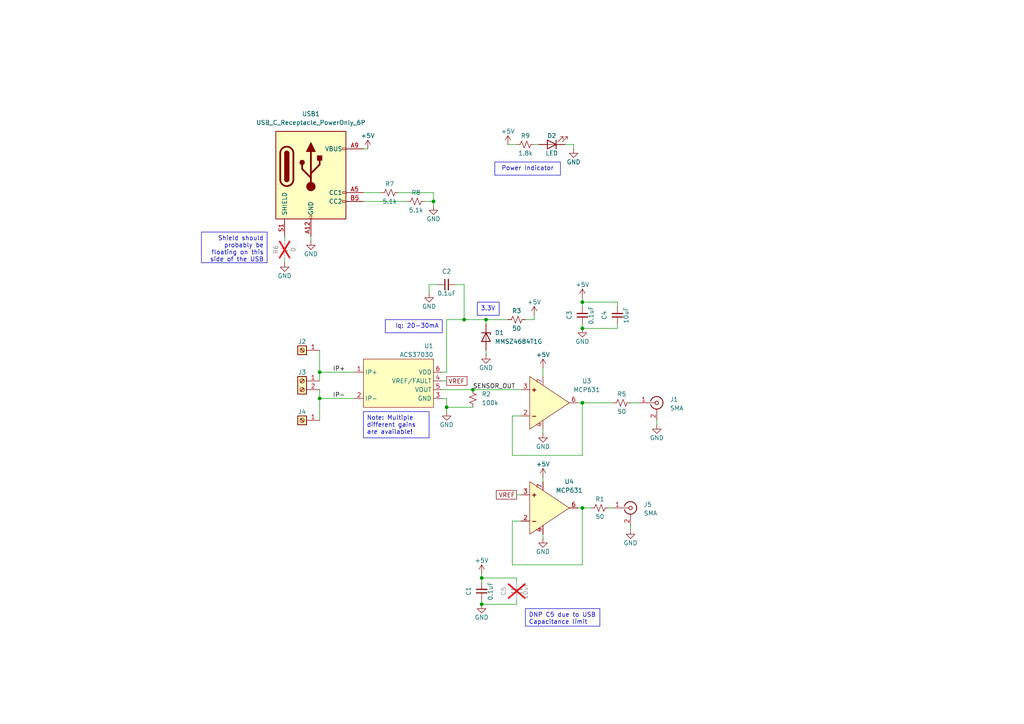
<source format=kicad_sch>
(kicad_sch (version 20231120) (generator "eeschema") (generator_version "8.0")
  (paper "A4")
  (title_block (title "Hall Effect Current Sensor") (date "2024-04-07") (rev "A1") (company "Design by Robert Perkel"))
  (lib_symbols
    (symbol "Connector:Conn_Coaxial" (pin_names (offset 1.016) hide)
      (property "Reference" "J" (at 0.254 3.048 0))
      (property "Value" "Conn_Coaxial" (at 2.921 0 90))
      (symbol "Conn_Coaxial_0_1"
        (arc (start -1.778 -0.508) (mid 0.2311 -1.8066) (end 1.778 0) (stroke (width 0.254)))
        (polyline (pts (xy -2.54 0) (xy -0.508 0)))
        (polyline (pts (xy 0 -2.54) (xy 0 -1.778)))
        (circle (center 0 0) (radius 0.508) (stroke (width 0.2032)))
        (arc (start 1.778 0) (mid 0.2099 1.8101) (end -1.778 0.508) (stroke (width 0.254)))
      )
      (symbol "Conn_Coaxial_1_1"
        (pin passive line (at -5.08 0 0) (length 2.54) (name "In") (number "1"))
        (pin passive line (at 0 -5.08 90) (length 2.54) (name "Ext") (number "2"))
      )
    )
    (symbol "Connector:Screw_Terminal_01x01" (pin_names (offset 1.016) hide)
      (property "Reference" "J" (at 0 2.54 0))
      (property "Value" "Screw_Terminal_01x01" (at 0 -2.54 0))
      (symbol "Screw_Terminal_01x01_1_1"
        (rectangle (start -1.27 1.27) (end 1.27 -1.27) (stroke (width 0.254)) (fill (type background)))
        (polyline (pts (xy -0.5334 0.3302) (xy 0.3302 -0.508)) (stroke (width 0.1524)))
        (polyline (pts (xy -0.3556 0.508) (xy 0.508 -0.3302)) (stroke (width 0.1524)))
        (circle (center 0 0) (radius 0.635) (stroke (width 0.1524)))
        (pin passive line (at -5.08 0 0) (length 3.81) (name "Pin_1") (number "1"))
      )
    )
    (symbol "Connector:Screw_Terminal_01x02" (pin_names (offset 1.016) hide)
      (property "Reference" "J" (at 0 2.54 0))
      (property "Value" "Screw_Terminal_01x02" (at 0 -5.08 0))
      (symbol "Screw_Terminal_01x02_1_1"
        (rectangle (start -1.27 1.27) (end 1.27 -3.81) (stroke (width 0.254)) (fill (type background)))
        (circle (center 0 -2.54) (radius 0.635) (stroke (width 0.1524)))
        (polyline (pts (xy -0.5334 -2.2098) (xy 0.3302 -3.048)) (stroke (width 0.1524)))
        (polyline (pts (xy -0.5334 0.3302) (xy 0.3302 -0.508)) (stroke (width 0.1524)))
        (polyline (pts (xy -0.3556 -2.032) (xy 0.508 -2.8702)) (stroke (width 0.1524)))
        (polyline (pts (xy -0.3556 0.508) (xy 0.508 -0.3302)) (stroke (width 0.1524)))
        (circle (center 0 0) (radius 0.635) (stroke (width 0.1524)))
        (pin passive line (at -5.08 0 0) (length 3.81) (name "Pin_1") (number "1"))
        (pin passive line (at -5.08 -2.54 0) (length 3.81) (name "Pin_2") (number "2"))
      )
    )
    (symbol "Connector:USB_C_Receptacle_PowerOnly_6P" (pin_names (offset 1.016))
      (property "Reference" "J" (at 0 16.51 0))
      (property "Value" "USB_C_Receptacle_PowerOnly_6P" (at 0 13.97 0))
      (symbol "USB_C_Receptacle_PowerOnly_6P_0_0"
        (rectangle (start -0.254 -12.7) (end 0.254 -11.684))
        (rectangle (start 10.16 -7.366) (end 9.144 -7.874))
        (rectangle (start 10.16 -4.826) (end 9.144 -5.334))
        (rectangle (start 10.16 7.874) (end 9.144 7.366))
      )
      (symbol "USB_C_Receptacle_PowerOnly_6P_0_1"
        (rectangle (start -10.16 12.7) (end 10.16 -12.7) (stroke (width 0.254)) (fill (type background)))
        (arc (start -8.89 -1.27) (mid -6.985 -3.1667) (end -5.08 -1.27) (stroke (width 0.508)))
        (arc (start -7.62 -1.27) (mid -6.985 -1.9023) (end -6.35 -1.27) (stroke (width 0.254)))
        (arc (start -7.62 -1.27) (mid -6.985 -1.9023) (end -6.35 -1.27) (stroke (width 0.254)) (fill (type outline)))
        (rectangle (start -7.62 -1.27) (end -6.35 6.35) (stroke (width 0.254)) (fill (type outline)))
        (arc (start -6.35 6.35) (mid -6.985 6.9823) (end -7.62 6.35) (stroke (width 0.254)))
        (arc (start -6.35 6.35) (mid -6.985 6.9823) (end -7.62 6.35) (stroke (width 0.254)) (fill (type outline)))
        (arc (start -5.08 6.35) (mid -6.985 8.2467) (end -8.89 6.35) (stroke (width 0.508)))
        (circle (center -2.54 3.683) (radius 0.635) (stroke (width 0.254)) (fill (type outline)))
        (circle (center 0 -3.302) (radius 1.27) (fill (type outline)))
        (polyline (pts (xy -8.89 -1.27) (xy -8.89 6.35)) (stroke (width 0.508)))
        (polyline (pts (xy -5.08 6.35) (xy -5.08 -1.27)) (stroke (width 0.508)))
        (polyline (pts (xy 0 -3.302) (xy 0 6.858)) (stroke (width 0.508)))
        (polyline (pts (xy 0 -0.762) (xy -2.54 1.778) (xy -2.54 3.048)) (stroke (width 0.508)))
        (polyline (pts (xy 0 0.508) (xy 2.54 3.048) (xy 2.54 4.318)) (stroke (width 0.508)))
        (polyline (pts (xy -1.27 6.858) (xy 0 9.398) (xy 1.27 6.858) (xy -1.27 6.858)) (stroke (width 0.254)) (fill (type outline)))
        (rectangle (start 1.905 4.318) (end 3.175 5.588) (stroke (width 0.254)) (fill (type outline)))
      )
      (symbol "USB_C_Receptacle_PowerOnly_6P_1_1"
        (pin passive line (at 0 -17.78 90) (length 5.08) (name "GND") (number "A12"))
        (pin bidirectional line (at 15.24 -5.08 180) (length 5.08) (name "CC1") (number "A5"))
        (pin passive line (at 15.24 7.62 180) (length 5.08) (name "VBUS") (number "A9"))
        (pin passive line (at 0 -17.78 90) (length 5.08) hide (name "GND") (number "B12"))
        (pin bidirectional line (at 15.24 -7.62 180) (length 5.08) (name "CC2") (number "B5"))
        (pin passive line (at 15.24 7.62 180) (length 5.08) hide (name "VBUS") (number "B9"))
        (pin passive line (at -7.62 -17.78 90) (length 5.08) (name "SHIELD") (number "S1"))
      )
    )
    (symbol "Current Sensor Sch Library:ACS37030"
      (property "Reference" "U" (at 0 11.43 0))
      (property "Value" "ACS37030/ACS37032" (at 0 8.89 0))
      (symbol "ACS37030_1_1"
        (rectangle (start -10.16 7.62) (end 10.16 -6.35) (fill (type background)))
        (pin passive line (at -12.7 3.81 0) (length 2.54) (name "IP+") (number "1"))
        (pin passive line (at -12.7 -3.81 0) (length 2.54) (name "IP-") (number "2"))
        (pin power_in line (at 12.7 -3.81 180) (length 2.54) (name "GND") (number "3"))
        (pin passive line (at 12.7 1.27 180) (length 2.54) (name "VREF/FAULT") (number "4"))
        (pin passive line (at 12.7 -1.27 180) (length 2.54) (name "VOUT") (number "5"))
        (pin power_in line (at 12.7 3.81 180) (length 2.54) (name "VDD") (number "6"))
      )
    )
    (symbol "Current Sensor Sch Library:MCP631" (pin_names hide)
      (property "Reference" "U" (at 5.08 7.62 0))
      (property "Value" "MCP631" (at 5.08 5.08 0))
      (symbol "MCP631_1_1"
        (polyline (pts (xy -3.81 7.62) (xy -3.81 -7.62) (xy 7.62 0) (xy -3.81 7.62)) (fill (type background)))
        (text "+" (at -2.54 3.81 0) (effects (font (size 1.27 1.27) (bold yes))))
        (text "-" (at -2.54 -3.81 0) (effects (font (size 1.27 1.27) (bold yes))))
        (pin passive line (at -6.35 -3.81 0) (length 2.54) (name "IN-") (number "2"))
        (pin passive line (at -6.35 3.81 0) (length 2.54) (name "IN+") (number "3"))
        (pin power_in line (at 0 -7.62 90) (length 2.54) (name "VSS") (number "4"))
        (pin passive line (at 10.16 0 180) (length 2.54) (name "VOUT") (number "6"))
        (pin power_in line (at 0 7.62 270) (length 2.54) (name "VDD") (number "7"))
      )
    )
    (symbol "Device:C_Small" (pin_numbers hide) (pin_names (offset 0.254) hide)
      (property "Reference" "C" (at 0.254 1.778 0))
      (property "Value" "C_Small" (at 0.254 -2.032 0))
      (symbol "C_Small_0_1"
        (polyline (pts (xy -1.524 -0.508) (xy 1.524 -0.508)) (stroke (width 0.3302)))
        (polyline (pts (xy -1.524 0.508) (xy 1.524 0.508)) (stroke (width 0.3048)))
      )
      (symbol "C_Small_1_1"
        (pin passive line (at 0 2.54 270) (length 2.032) (name "~") (number "1"))
        (pin passive line (at 0 -2.54 90) (length 2.032) (name "~") (number "2"))
      )
    )
    (symbol "Device:D_Zener" (pin_numbers hide) (pin_names (offset 1.016) hide)
      (property "Reference" "D" (at 0 2.54 0))
      (property "Value" "D_Zener" (at 0 -2.54 0))
      (symbol "D_Zener_0_1"
        (polyline (pts (xy 1.27 0) (xy -1.27 0)))
        (polyline (pts (xy -1.27 -1.27) (xy -1.27 1.27) (xy -0.762 1.27)) (stroke (width 0.254)))
        (polyline (pts (xy 1.27 -1.27) (xy 1.27 1.27) (xy -1.27 0) (xy 1.27 -1.27)) (stroke (width 0.254)))
      )
      (symbol "D_Zener_1_1"
        (pin passive line (at -3.81 0 0) (length 2.54) (name "K") (number "1"))
        (pin passive line (at 3.81 0 180) (length 2.54) (name "A") (number "2"))
      )
    )
    (symbol "Device:LED" (pin_numbers hide) (pin_names (offset 1.016) hide)
      (property "Reference" "D" (at 0 2.54 0))
      (property "Value" "LED" (at 0 -2.54 0))
      (symbol "LED_0_1"
        (polyline (pts (xy -1.27 -1.27) (xy -1.27 1.27)) (stroke (width 0.254)))
        (polyline (pts (xy -1.27 0) (xy 1.27 0)))
        (polyline (pts (xy 1.27 -1.27) (xy 1.27 1.27) (xy -1.27 0) (xy 1.27 -1.27)) (stroke (width 0.254)))
        (polyline (pts (xy -3.048 -0.762) (xy -4.572 -2.286) (xy -3.81 -2.286) (xy -4.572 -2.286) (xy -4.572 -1.524)))
        (polyline (pts (xy -1.778 -0.762) (xy -3.302 -2.286) (xy -2.54 -2.286) (xy -3.302 -2.286) (xy -3.302 -1.524)))
      )
      (symbol "LED_1_1"
        (pin passive line (at -3.81 0 0) (length 2.54) (name "K") (number "1"))
        (pin passive line (at 3.81 0 180) (length 2.54) (name "A") (number "2"))
      )
    )
    (symbol "Device:R_Small_US" (pin_numbers hide) (pin_names (offset 0.254) hide)
      (property "Reference" "R" (at 0.762 0.508 0))
      (property "Value" "R_Small_US" (at 0.762 -1.016 0))
      (symbol "R_Small_US_1_1"
        (polyline (pts (xy 0 0) (xy 1.016 -0.381) (xy 0 -0.762) (xy -1.016 -1.143) (xy 0 -1.524)))
        (polyline (pts (xy 0 1.524) (xy 1.016 1.143) (xy 0 0.762) (xy -1.016 0.381) (xy 0 0)))
        (pin passive line (at 0 2.54 270) (length 1.016) (name "~") (number "1"))
        (pin passive line (at 0 -2.54 90) (length 1.016) (name "~") (number "2"))
      )
    )
    (symbol "power:+5V" (power) (pin_numbers hide) (pin_names (offset 0) hide)
      (property "Value" "+5V" (at 0 3.556 0))
      (symbol "+5V_0_1"
        (polyline (pts (xy -0.762 1.27) (xy 0 2.54)))
        (polyline (pts (xy 0 0) (xy 0 2.54)))
        (polyline (pts (xy 0 2.54) (xy 0.762 1.27)))
      )
      (symbol "+5V_1_1"
        (pin power_in line (at 0 0 90) (length 0) (name "~") (number "1"))
      )
    )
    (symbol "power:GND" (power) (pin_numbers hide) (pin_names (offset 0) hide)
      (property "Value" "GND" (at 0 -3.81 0))
      (symbol "GND_0_1"
        (polyline (pts (xy 0 0) (xy 0 -1.27) (xy 1.27 -1.27) (xy 0 -2.54) (xy -1.27 -1.27) (xy 0 -1.27)))
      )
      (symbol "GND_1_1"
        (pin power_in line (at 0 0 270) (length 0) (name "~") (number "1"))
      )
    )
  )
  (junction (at 140.97 92.71))
  (junction (at 168.91 116.84))
  (junction (at 168.91 87.63))
  (junction (at 125.73 58.42))
  (junction (at 92.71 107.95))
  (junction (at 139.7 175.26))
  (junction (at 168.91 95.25))
  (junction (at 139.7 167.64))
  (junction (at 92.71 115.57))
  (junction (at 137.16 113.03))
  (junction (at 134.62 92.71))
  (junction (at 129.54 118.11))
  (junction (at 168.91 147.32))
  (wire (pts (xy 139.7 166.37) (xy 139.7 167.64)))
  (wire (pts (xy 154.94 91.44) (xy 154.94 92.71)))
  (wire (pts (xy 92.71 113.03) (xy 92.71 115.57)))
  (wire (pts (xy 137.16 113.03) (xy 151.13 113.03)))
  (wire (pts (xy 163.83 41.91) (xy 166.37 41.91)))
  (wire (pts (xy 168.91 163.83) (xy 168.91 147.32)))
  (wire (pts (xy 168.91 87.63) (xy 168.91 88.9)))
  (wire (pts (xy 129.54 118.11) (xy 129.54 115.57)))
  (wire (pts (xy 176.53 147.32) (xy 177.8 147.32)))
  (wire (pts (xy 168.91 116.84) (xy 177.8 116.84)))
  (wire (pts (xy 166.37 41.91) (xy 166.37 43.18)))
  (wire (pts (xy 105.41 58.42) (xy 118.11 58.42)))
  (wire (pts (xy 168.91 116.84) (xy 168.91 132.08)))
  (wire (pts (xy 149.86 167.64) (xy 139.7 167.64)))
  (wire (pts (xy 148.59 132.08) (xy 168.91 132.08)))
  (wire (pts (xy 154.94 92.71) (xy 152.4 92.71)))
  (wire (pts (xy 190.5 123.19) (xy 190.5 121.92)))
  (wire (pts (xy 139.7 167.64) (xy 139.7 168.91)))
  (wire (pts (xy 147.32 41.91) (xy 149.86 41.91)))
  (wire (pts (xy 148.59 120.65) (xy 148.59 132.08)))
  (wire (pts (xy 129.54 92.71) (xy 134.62 92.71)))
  (wire (pts (xy 129.54 92.71) (xy 129.54 107.95)))
  (wire (pts (xy 167.64 116.84) (xy 168.91 116.84)))
  (wire (pts (xy 134.62 82.55) (xy 134.62 92.71)))
  (wire (pts (xy 168.91 147.32) (xy 167.64 147.32)))
  (wire (pts (xy 157.48 138.43) (xy 157.48 139.7)))
  (wire (pts (xy 139.7 173.99) (xy 139.7 175.26)))
  (wire (pts (xy 124.46 82.55) (xy 127 82.55)))
  (wire (pts (xy 168.91 93.98) (xy 168.91 95.25)))
  (wire (pts (xy 148.59 151.13) (xy 148.59 163.83)))
  (wire (pts (xy 149.86 143.51) (xy 151.13 143.51)))
  (wire (pts (xy 92.71 107.95) (xy 102.87 107.95)))
  (wire (pts (xy 149.86 173.99) (xy 149.86 175.26)))
  (wire (pts (xy 139.7 175.26) (xy 149.86 175.26)))
  (wire (pts (xy 140.97 101.6) (xy 140.97 102.87)))
  (wire (pts (xy 140.97 92.71) (xy 147.32 92.71)))
  (wire (pts (xy 123.19 58.42) (xy 125.73 58.42)))
  (wire (pts (xy 128.27 113.03) (xy 137.16 113.03)))
  (wire (pts (xy 151.13 151.13) (xy 148.59 151.13)))
  (wire (pts (xy 82.55 74.93) (xy 82.55 76.2)))
  (wire (pts (xy 105.41 55.88) (xy 110.49 55.88)))
  (wire (pts (xy 92.71 107.95) (xy 92.71 110.49)))
  (wire (pts (xy 92.71 101.6) (xy 92.71 107.95)))
  (wire (pts (xy 179.07 87.63) (xy 168.91 87.63)))
  (wire (pts (xy 115.57 55.88) (xy 125.73 55.88)))
  (wire (pts (xy 168.91 95.25) (xy 179.07 95.25)))
  (wire (pts (xy 92.71 115.57) (xy 102.87 115.57)))
  (wire (pts (xy 129.54 118.11) (xy 137.16 118.11)))
  (wire (pts (xy 125.73 55.88) (xy 125.73 58.42)))
  (wire (pts (xy 92.71 115.57) (xy 92.71 121.92)))
  (wire (pts (xy 157.48 106.68) (xy 157.48 109.22)))
  (wire (pts (xy 129.54 115.57) (xy 128.27 115.57)))
  (wire (pts (xy 128.27 110.49) (xy 129.54 110.49)))
  (wire (pts (xy 129.54 119.38) (xy 129.54 118.11)))
  (wire (pts (xy 179.07 88.9) (xy 179.07 87.63)))
  (wire (pts (xy 157.48 154.94) (xy 157.48 156.21)))
  (wire (pts (xy 124.46 85.09) (xy 124.46 82.55)))
  (wire (pts (xy 105.41 43.18) (xy 106.68 43.18)))
  (wire (pts (xy 182.88 116.84) (xy 185.42 116.84)))
  (wire (pts (xy 125.73 58.42) (xy 125.73 59.69)))
  (wire (pts (xy 148.59 163.83) (xy 168.91 163.83)))
  (wire (pts (xy 179.07 93.98) (xy 179.07 95.25)))
  (wire (pts (xy 149.86 168.91) (xy 149.86 167.64)))
  (wire (pts (xy 134.62 92.71) (xy 140.97 92.71)))
  (wire (pts (xy 157.48 124.46) (xy 157.48 125.73)))
  (wire (pts (xy 90.17 68.58) (xy 90.17 69.85)))
  (wire (pts (xy 154.94 41.91) (xy 156.21 41.91)))
  (wire (pts (xy 128.27 107.95) (xy 129.54 107.95)))
  (wire (pts (xy 168.91 86.36) (xy 168.91 87.63)))
  (wire (pts (xy 171.45 147.32) (xy 168.91 147.32)))
  (wire (pts (xy 82.55 68.58) (xy 82.55 69.85)))
  (wire (pts (xy 148.59 120.65) (xy 151.13 120.65)))
  (wire (pts (xy 132.08 82.55) (xy 134.62 82.55)))
  (wire (pts (xy 182.88 153.67) (xy 182.88 152.4)))
  (wire (pts (xy 140.97 93.98) (xy 140.97 92.71)))
  (text_box "Power Indicator" (at 143.51 46.99 0) (size 19.05 3.81) (effects (font (size 1.27 1.27)) (justify top)))
  (text_box "DNP C5 due to USB Capacitance limit" (at 152.4 176.53 0) (size 21.59 5.08) (effects (font (size 1.27 1.27)) (justify left top)))
  (text_box "3.3V" (at 138.43 87.63 0) (size 6.35 3.81) (effects (font (size 1.27 1.27)) (justify left top)))
  (text_box "Note: Multiple different gains are available!" (at 105.41 119.38 0) (size 19.05 7.62) (effects (font (size 1.27 1.27)) (justify left top)))
  (text_box "Iq: 20-30mA" (at 111.76 92.71 0) (size 16.51 3.81) (effects (font (size 1.27 1.27)) (justify right top)))
  (text_box "Shield should probably be floating on this side of the USB" (at 58.42 67.31 0) (size 19.05 8.89) (effects (font (size 1.27 1.27)) (justify right top)))
  (label "IP-" (at 96.52 115.57 0))
  (label "SENSOR_OUT" (at 137.16 113.03 0))
  (label "IP+" (at 96.52 107.95 0))
  (global_label "VREF" (shape passive) (at 129.54 110.49 0) (property "Intersheetrefs" "${INTERSHEET_REFS}" (effects (hide yes))))
  (global_label "VREF" (shape passive) (at 149.86 143.51 180) (property "Intersheetrefs" "${INTERSHEET_REFS}" (effects (hide yes))))
  (symbol (lib_id "Connector:Conn_Coaxial") (at 190.5 116.84 0) (unit 1)
    (property "Reference" "J1" (at 194.31 115.8631 0) (effects (justify left)))
    (property "Value" "SMA" (at 194.31 118.4031 0) (effects (justify left)))
    (property "Footprint" "Current Sensor PCB Library:CONSMA002-L-G" (effects (hide yes)))
    (property "Datasheet" "https://www.te.com/commerce/DocumentDelivery/DDEController?Action=srchrtrv&DocNm=CONSMA002-L-G&DocType=Data+Sheet&DocLang=English&DocFormat=pdf&PartCntxt=CONSMA002-L-G" (effects (hide yes)))
    (property "Description" "coaxial connector (BNC, SMA, SMB, SMC, Cinch/RCA, LEMO, ...)" (effects (hide yes)))
  )
  (symbol (lib_id "Connector:Conn_Coaxial") (at 182.88 147.32 0) (unit 1)
    (property "Reference" "J5" (at 186.69 146.3431 0) (effects (justify left)))
    (property "Value" "SMA" (at 186.69 148.8831 0) (effects (justify left)))
    (property "Footprint" "Current Sensor PCB Library:CONSMA002-L-G" (effects (hide yes)))
    (property "Datasheet" "https://www.te.com/commerce/DocumentDelivery/DDEController?Action=srchrtrv&DocNm=CONSMA002-L-G&DocType=Data+Sheet&DocLang=English&DocFormat=pdf&PartCntxt=CONSMA002-L-G" (effects (hide yes)))
    (property "Description" "coaxial connector (BNC, SMA, SMB, SMC, Cinch/RCA, LEMO, ...)" (effects (hide yes)))
  )
  (symbol (lib_id "Current Sensor Sch Library:ACS37030") (at 115.57 111.76 0) (unit 1)
    (property "Reference" "U1" (at 125.73 100.33 0) (effects (justify right)))
    (property "Value" "ACS37030" (at 125.73 102.87 0) (effects (justify right)))
    (property "Footprint" "Current Sensor PCB Library:Custom 6-pin SOIC (only for ACS37030ACS37032)" (effects (hide yes)))
    (property "Datasheet" "https://www.allegromicro.com/en/products/sense/current-sensor-ics/zero-to-fifty-amp-integrated-conductor-sensor-ics/acs37030-2" (effects (hide yes)))
  )
  (symbol (lib_id "power:GND") (at 166.37 43.18 0) (unit 1)
    (property "Reference" "#PWR016" (effects (hide yes)))
    (property "Value" "GND" (at 166.37 46.99 0))
    (property "Description" "Power symbol creates a global label with name \"GND\" , ground" (effects (hide yes)))
  )
  (symbol (lib_id "Device:C_Small") (at 139.7 171.45 180) (unit 1)
    (property "Reference" "C1" (at 135.89 171.45 90))
    (property "Value" "0.1uF" (at 142.24 171.45 90))
    (property "Footprint" "Capacitor_SMD:C_0805_2012Metric_Pad1.18x1.45mm_HandSolder" (effects (hide yes)))
    (property "Description" "Unpolarized capacitor, small symbol" (effects (hide yes)))
  )
  (symbol (lib_id "power:GND") (at 90.17 69.85 0) (unit 1)
    (property "Reference" "#PWR013" (effects (hide yes)))
    (property "Value" "GND" (at 90.17 73.66 0))
    (property "Description" "Power symbol creates a global label with name \"GND\" , ground" (effects (hide yes)))
  )
  (symbol (lib_id "power:GND") (at 140.97 102.87 0) (unit 1)
    (property "Reference" "#PWR06" (effects (hide yes)))
    (property "Value" "GND" (at 140.97 106.68 0))
    (property "Description" "Power symbol creates a global label with name \"GND\" , ground" (effects (hide yes)))
  )
  (symbol (lib_id "Current Sensor Sch Library:MCP631") (at 157.48 116.84 0) (unit 1)
    (property "Reference" "U3" (at 170.18 110.5214 0))
    (property "Value" "MCP631" (at 170.18 113.0614 0))
    (property "Footprint" "StandardPackages_Custom:SOIC-8" (effects (hide yes)))
    (property "Datasheet" "https://ww1.microchip.com/downloads/aemDocuments/documents/OTH/ProductDocuments/DataSheets/20002197C.pdf" (effects (hide yes)))
  )
  (symbol (lib_id "power:+5V") (at 139.7 166.37 0) (unit 1)
    (property "Reference" "#PWR019" (effects (hide yes)))
    (property "Value" "+5V" (at 139.7 162.56 0))
    (property "Description" "Power symbol creates a global label with name \"+5V\"" (effects (hide yes)))
  )
  (symbol (lib_id "Connector:USB_C_Receptacle_PowerOnly_6P") (at 90.17 50.8 0) (unit 1)
    (property "Reference" "USB1" (at 90.17 33.02 0))
    (property "Value" "USB_C_Receptacle_PowerOnly_6P" (at 90.17 35.56 0))
    (property "Footprint" "Current Sensor PCB Library:10164359-00011LF" (effects (hide yes)))
    (property "Datasheet" "https://www.usb.org/sites/default/files/documents/usb_type-c.zip" (effects (hide yes)))
    (property "Description" "USB Power-Only 6P Type-C Receptacle connector" (effects (hide yes)))
  )
  (symbol (lib_id "Device:C_Small") (at 129.54 82.55 90) (unit 1)
    (property "Reference" "C2" (at 129.54 78.74 90))
    (property "Value" "0.1uF" (at 129.54 85.09 90))
    (property "Footprint" "Capacitor_SMD:C_0805_2012Metric_Pad1.18x1.45mm_HandSolder" (effects (hide yes)))
    (property "Description" "Unpolarized capacitor, small symbol" (effects (hide yes)))
  )
  (symbol (lib_id "Connector:Screw_Terminal_01x02") (at 87.63 110.49 0) (mirror y) (unit 1)
    (property "Reference" "J3" (at 87.63 107.95 0))
    (property "Value" "Screw_Terminal_01x02" (effects (hide yes)))
    (property "Footprint" "Current Sensor PCB Library:6PCV-02-007" (effects (hide yes)))
    (property "Datasheet" "https://www.te.com/commerce/DocumentDelivery/DDEController?Action=showdoc&DocId=Customer+Drawing%7F4-1437652-0%7FC4%7Fpdf%7FEnglish%7FENG_CD_4-1437652-0_C4.pdf%7F4-1437652-0" (effects (hide yes)))
    (property "Description" "Generic screw terminal, single row, 01x02, script generated (kicad-library-utils/schlib/autogen/connector/)" (effects (hide yes)))
  )
  (symbol (lib_id "Current Sensor Sch Library:MCP631") (at 157.48 147.32 0) (unit 1)
    (property "Reference" "U4" (at 165.1 139.7 0))
    (property "Value" "MCP631" (at 165.1 142.24 0))
    (property "Footprint" "StandardPackages_Custom:SOIC-8" (effects (hide yes)))
    (property "Datasheet" "https://ww1.microchip.com/downloads/aemDocuments/documents/OTH/ProductDocuments/DataSheets/20002197C.pdf" (effects (hide yes)))
  )
  (symbol (lib_id "power:GND") (at 125.73 59.69 0) (unit 1)
    (property "Reference" "#PWR015" (effects (hide yes)))
    (property "Value" "GND" (at 125.73 63.5 0))
    (property "Description" "Power symbol creates a global label with name \"GND\" , ground" (effects (hide yes)))
  )
  (symbol (lib_id "Device:R_Small_US") (at 149.86 92.71 90) (unit 1)
    (property "Reference" "R3" (at 149.86 90.17 90))
    (property "Value" "50" (at 149.86 95.25 90))
    (property "Footprint" "Resistor_SMD:R_1206_3216Metric_Pad1.30x1.75mm_HandSolder" (effects (hide yes)))
    (property "Description" "Resistor, small US symbol" (effects (hide yes)))
  )
  (symbol (lib_id "Device:LED") (at 160.02 41.91 180) (unit 1)
    (property "Reference" "D2" (at 160.02 39.37 0))
    (property "Value" "LED" (at 160.02 44.45 0))
    (property "Footprint" "StandardPackages_Custom:LED 0805" (effects (hide yes)))
    (property "Description" "Light emitting diode" (effects (hide yes)))
  )
  (symbol (lib_id "power:GND") (at 82.55 76.2 0) (unit 1)
    (property "Reference" "#PWR014" (effects (hide yes)))
    (property "Value" "GND" (at 82.55 80.01 0))
    (property "Description" "Power symbol creates a global label with name \"GND\" , ground" (effects (hide yes)))
  )
  (symbol (lib_id "Device:D_Zener") (at 140.97 97.79 270) (unit 1)
    (property "Reference" "D1" (at 143.51 96.5199 90) (effects (justify left)))
    (property "Value" "MMSZ4684T1G" (at 143.51 99.0599 90) (effects (justify left)))
    (property "Footprint" "StandardPackages_Custom:SOT-123" (effects (hide yes)))
    (property "Datasheet" "https://www.onsemi.com/pdf/datasheet/mmsz4678t1-d.pdf" (effects (hide yes)))
    (property "Description" "Zener diode" (effects (hide yes)))
  )
  (symbol (lib_id "power:+5V") (at 157.48 138.43 0) (unit 1)
    (property "Reference" "#PWR03" (effects (hide yes)))
    (property "Value" "+5V" (at 157.48 134.62 0))
    (property "Description" "Power symbol creates a global label with name \"+5V\"" (effects (hide yes)))
  )
  (symbol (lib_id "Connector:Screw_Terminal_01x01") (at 87.63 101.6 180) (unit 1)
    (property "Reference" "J2" (at 87.63 99.06 0))
    (property "Value" "74650094R" (effects (hide yes)))
    (property "Footprint" "Current Sensor PCB Library:74650094R" (effects (hide yes)))
    (property "Datasheet" "https://www.we-online.com/components/products/datasheet/74650094R.pdf" (effects (hide yes)))
    (property "Description" "Generic screw terminal, single row, 01x01, script generated (kicad-library-utils/schlib/autogen/connector/)" (effects (hide yes)))
  )
  (symbol (lib_id "power:GND") (at 168.91 95.25 0) (unit 1)
    (property "Reference" "#PWR011" (effects (hide yes)))
    (property "Value" "GND" (at 168.91 99.06 0))
    (property "Description" "Power symbol creates a global label with name \"GND\" , ground" (effects (hide yes)))
  )
  (symbol (lib_id "Device:C_Small") (at 168.91 91.44 180) (unit 1)
    (property "Reference" "C3" (at 165.1 91.44 90))
    (property "Value" "0.1uF" (at 171.45 91.44 90))
    (property "Footprint" "Capacitor_SMD:C_0805_2012Metric_Pad1.18x1.45mm_HandSolder" (effects (hide yes)))
    (property "Description" "Unpolarized capacitor, small symbol" (effects (hide yes)))
  )
  (symbol (lib_id "power:+5V") (at 168.91 86.36 0) (unit 1)
    (property "Reference" "#PWR010" (effects (hide yes)))
    (property "Value" "+5V" (at 168.91 82.55 0))
    (property "Description" "Power symbol creates a global label with name \"+5V\"" (effects (hide yes)))
  )
  (symbol (lib_id "power:GND") (at 182.88 153.67 0) (unit 1)
    (property "Reference" "#PWR018" (effects (hide yes)))
    (property "Value" "GND" (at 182.88 157.48 0))
    (property "Description" "Power symbol creates a global label with name \"GND\" , ground" (effects (hide yes)))
  )
  (symbol (lib_id "power:GND") (at 190.5 123.19 0) (unit 1)
    (property "Reference" "#PWR08" (effects (hide yes)))
    (property "Value" "GND" (at 190.5 127 0))
    (property "Description" "Power symbol creates a global label with name \"GND\" , ground" (effects (hide yes)))
  )
  (symbol (lib_id "Device:R_Small_US") (at 137.16 115.57 0) (unit 1)
    (property "Reference" "R2" (at 139.7 114.2999 0) (effects (justify left)))
    (property "Value" "100k" (at 139.7 116.8399 0) (effects (justify left)))
    (property "Footprint" "Resistor_SMD:R_0805_2012Metric_Pad1.20x1.40mm_HandSolder" (effects (hide yes)))
    (property "Description" "Resistor, small US symbol" (effects (hide yes)))
  )
  (symbol (lib_id "Device:R_Small_US") (at 173.99 147.32 90) (unit 1)
    (property "Reference" "R1" (at 173.99 144.78 90))
    (property "Value" "50" (at 173.99 149.86 90))
    (property "Footprint" "Resistor_SMD:R_1206_3216Metric_Pad1.30x1.75mm_HandSolder" (effects (hide yes)))
    (property "Description" "Resistor, small US symbol" (effects (hide yes)))
  )
  (symbol (lib_id "power:+5V") (at 106.68 43.18 0) (unit 1)
    (property "Reference" "#PWR012" (effects (hide yes)))
    (property "Value" "+5V" (at 106.68 39.37 0))
    (property "Description" "Power symbol creates a global label with name \"+5V\"" (effects (hide yes)))
  )
  (symbol (lib_id "power:GND") (at 157.48 156.21 0) (unit 1)
    (property "Reference" "#PWR07" (effects (hide yes)))
    (property "Value" "GND" (at 157.48 160.02 0))
    (property "Description" "Power symbol creates a global label with name \"GND\" , ground" (effects (hide yes)))
  )
  (symbol (lib_id "power:+5V") (at 157.48 106.68 0) (unit 1)
    (property "Reference" "#PWR01" (effects (hide yes)))
    (property "Value" "+5V" (at 157.48 102.87 0))
    (property "Description" "Power symbol creates a global label with name \"+5V\"" (effects (hide yes)))
  )
  (symbol (lib_id "power:GND") (at 139.7 175.26 0) (unit 1)
    (property "Reference" "#PWR020" (effects (hide yes)))
    (property "Value" "GND" (at 139.7 179.07 0))
    (property "Description" "Power symbol creates a global label with name \"GND\" , ground" (effects (hide yes)))
  )
  (symbol (lib_id "Device:C_Small") (at 149.86 171.45 180) (unit 1) (dnp yes)
    (property "Reference" "C5" (at 146.05 171.45 90))
    (property "Value" "10uF" (at 152.4 171.45 90))
    (property "Footprint" "Capacitor_SMD:C_0805_2012Metric_Pad1.18x1.45mm_HandSolder" (effects (hide yes)))
    (property "Description" "Unpolarized capacitor, small symbol" (effects (hide yes)))
  )
  (symbol (lib_id "Connector:Screw_Terminal_01x01") (at 87.63 121.92 180) (unit 1)
    (property "Reference" "J4" (at 87.63 119.38 0))
    (property "Value" "74650094R" (effects (hide yes)))
    (property "Footprint" "Current Sensor PCB Library:74650094R" (effects (hide yes)))
    (property "Datasheet" "https://www.we-online.com/components/products/datasheet/74650094R.pdf" (effects (hide yes)))
    (property "Description" "Generic screw terminal, single row, 01x01, script generated (kicad-library-utils/schlib/autogen/connector/)" (effects (hide yes)))
  )
  (symbol (lib_id "Device:R_Small_US") (at 152.4 41.91 90) (unit 1)
    (property "Reference" "R9" (at 152.4 39.37 90))
    (property "Value" "1.8k" (at 152.4 44.45 90))
    (property "Footprint" "Resistor_SMD:R_0805_2012Metric_Pad1.20x1.40mm_HandSolder" (effects (hide yes)))
    (property "Description" "Resistor, small US symbol" (effects (hide yes)))
  )
  (symbol (lib_id "power:GND") (at 129.54 119.38 0) (unit 1)
    (property "Reference" "#PWR05" (effects (hide yes)))
    (property "Value" "GND" (at 129.54 123.19 0))
    (property "Description" "Power symbol creates a global label with name \"GND\" , ground" (effects (hide yes)))
  )
  (symbol (lib_id "Device:C_Small") (at 179.07 91.44 180) (unit 1)
    (property "Reference" "C4" (at 175.26 91.44 90))
    (property "Value" "10uF" (at 181.61 91.44 90))
    (property "Footprint" "Capacitor_SMD:C_0805_2012Metric_Pad1.18x1.45mm_HandSolder" (effects (hide yes)))
    (property "Description" "Unpolarized capacitor, small symbol" (effects (hide yes)))
  )
  (symbol (lib_id "power:+5V") (at 147.32 41.91 0) (unit 1)
    (property "Reference" "#PWR017" (effects (hide yes)))
    (property "Value" "+5V" (at 147.32 38.1 0))
    (property "Description" "Power symbol creates a global label with name \"+5V\"" (effects (hide yes)))
  )
  (symbol (lib_id "power:GND") (at 157.48 125.73 0) (unit 1)
    (property "Reference" "#PWR02" (effects (hide yes)))
    (property "Value" "GND" (at 157.48 129.54 0))
    (property "Description" "Power symbol creates a global label with name \"GND\" , ground" (effects (hide yes)))
  )
  (symbol (lib_id "Device:R_Small_US") (at 113.03 55.88 90) (unit 1)
    (property "Reference" "R7" (at 113.03 53.34 90))
    (property "Value" "5.1k" (at 113.03 58.42 90))
    (property "Footprint" "Resistor_SMD:R_0805_2012Metric_Pad1.20x1.40mm_HandSolder" (effects (hide yes)))
    (property "Description" "Resistor, small US symbol" (effects (hide yes)))
  )
  (symbol (lib_id "Device:R_Small_US") (at 82.55 72.39 180) (unit 1) (dnp yes)
    (property "Reference" "R6" (at 80.01 72.39 90))
    (property "Value" "0" (at 85.09 72.39 90))
    (property "Footprint" "Resistor_SMD:R_0805_2012Metric_Pad1.20x1.40mm_HandSolder" (effects (hide yes)))
    (property "Description" "Resistor, small US symbol" (effects (hide yes)))
  )
  (symbol (lib_id "power:GND") (at 124.46 85.09 0) (unit 1)
    (property "Reference" "#PWR09" (effects (hide yes)))
    (property "Value" "GND" (at 124.46 88.9 0))
    (property "Description" "Power symbol creates a global label with name \"GND\" , ground" (effects (hide yes)))
  )
  (symbol (lib_id "Device:R_Small_US") (at 180.34 116.84 90) (unit 1)
    (property "Reference" "R5" (at 180.34 114.3 90))
    (property "Value" "50" (at 180.34 119.38 90))
    (property "Footprint" "Resistor_SMD:R_1206_3216Metric_Pad1.30x1.75mm_HandSolder" (effects (hide yes)))
    (property "Description" "Resistor, small US symbol" (effects (hide yes)))
  )
  (symbol (lib_id "Device:R_Small_US") (at 120.65 58.42 90) (unit 1)
    (property "Reference" "R8" (at 120.65 55.88 90))
    (property "Value" "5.1k" (at 120.65 60.96 90))
    (property "Footprint" "Resistor_SMD:R_0805_2012Metric_Pad1.20x1.40mm_HandSolder" (effects (hide yes)))
    (property "Description" "Resistor, small US symbol" (effects (hide yes)))
  )
  (symbol (lib_id "power:+5V") (at 154.94 91.44 0) (unit 1)
    (property "Reference" "#PWR04" (effects (hide yes)))
    (property "Value" "+5V" (at 154.94 87.63 0))
    (property "Description" "Power symbol creates a global label with name \"+5V\"" (effects (hide yes)))
  )
)
</source>
